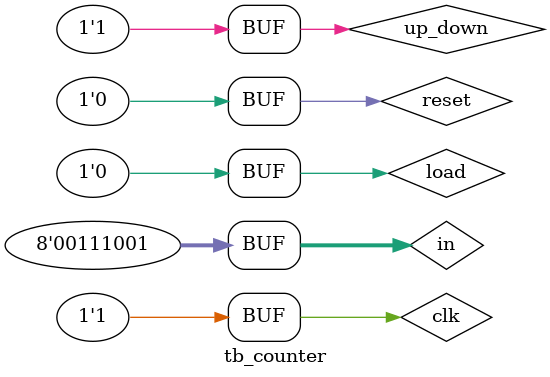
<source format=v>
`timescale 1ns / 1ps


module tb_counter;

	// Inputs
	reg load;
	reg reset;
	reg clk;
	reg [7:0] in;
	reg up_down;

	// Outputs
	wire [7:0] count;

	// Instantiate the Unit Under Test (UUT)
	counter8bit uut (
		.load(load), 
		.reset(reset), 
		.clk(clk), 
		.in(in), 
		.count(count), 
		.up_down(up_down)
	);

	initial begin
	#0 clk = 1;
	repeat(300) #5 clk = ~clk;
	end
	
	initial begin
	#0 reset = 1;   //counter wil srart from 0 
	#0 up_down = 0; //up counter
	#0 load = 0;
	#0 in = 8'h01;
	#3 reset = 0;   //this is necessary to turn off reset otherwise our counter will stuck to 0
	#100;
	
	#0 reset = 0;
	#0 up_down = 1; //down counter
	#0 load = 1;     // to load data 
	#0 in = 8'h39; 
	#3 load = 0;      // this is necessary to turn off if not then our counter will stuck to input value
	#100;
	
	
	
	
	end
      
endmodule


</source>
